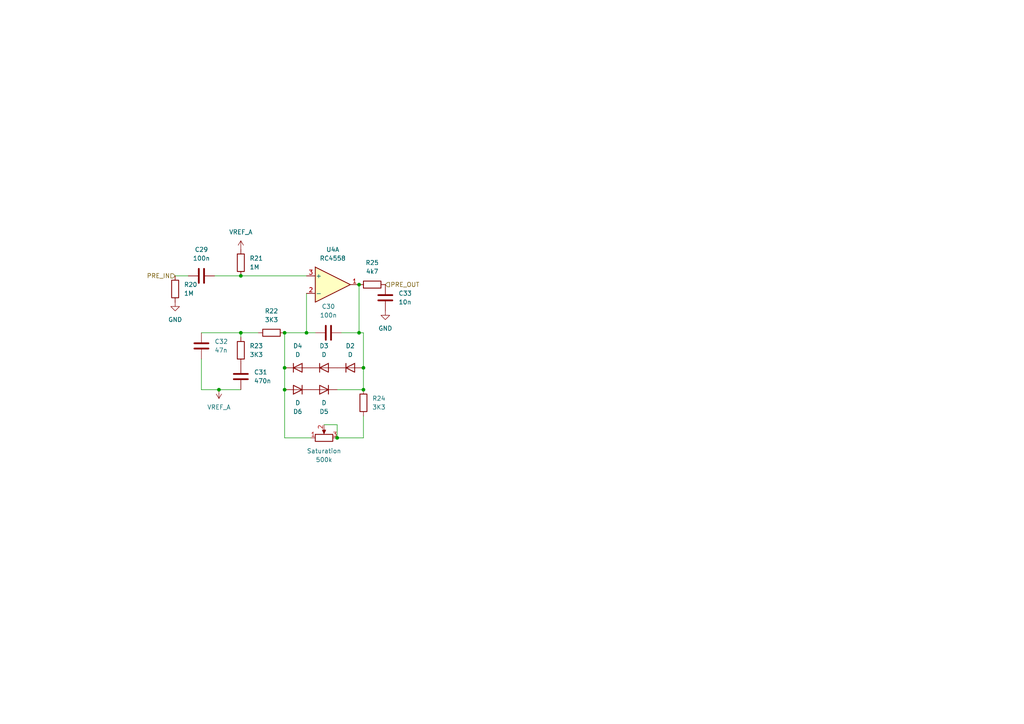
<source format=kicad_sch>
(kicad_sch (version 20231120) (generator "eeschema") (generator_version "8.0")
  (paper "A4")
  (lib_symbols
    (symbol "Amplifier_Operational:RC4558" (pin_names (offset 0.127))
      (property "Reference" "U" (at 0 5.08 0))
      (property "Value" "RC4558" (at 0 -5.08 0))
      (symbol "RC4558_1_1"
        (polyline (pts (xy -5.08 5.08) (xy 5.08 0) (xy -5.08 -5.08) (xy -5.08 5.08)) (stroke (width 0.254)) (fill (type background)))
        (pin output line (at 7.62 0 180) (length 2.54) (name "~") (number "1"))
        (pin input line (at -7.62 -2.54 0) (length 2.54) (name "-") (number "2"))
        (pin input line (at -7.62 2.54 0) (length 2.54) (name "+") (number "3"))
      )
      (symbol "RC4558_2_1"
        (polyline (pts (xy -5.08 5.08) (xy 5.08 0) (xy -5.08 -5.08) (xy -5.08 5.08)) (stroke (width 0.254)) (fill (type background)))
        (pin input line (at -7.62 2.54 0) (length 2.54) (name "+") (number "5"))
        (pin input line (at -7.62 -2.54 0) (length 2.54) (name "-") (number "6"))
        (pin output line (at 7.62 0 180) (length 2.54) (name "~") (number "7"))
      )
      (symbol "RC4558_3_1"
        (pin power_in line (at -2.54 -7.62 90) (length 3.81) (name "V-") (number "4"))
        (pin power_in line (at -2.54 7.62 270) (length 3.81) (name "V+") (number "8"))
      )
    )
    (symbol "Device:C" (pin_numbers hide) (pin_names (offset 0.254))
      (property "Reference" "C" (at 0.635 2.54 0))
      (property "Value" "C" (at 0.635 -2.54 0))
      (symbol "C_0_1"
        (polyline (pts (xy -2.032 -0.762) (xy 2.032 -0.762)) (stroke (width 0.508)))
        (polyline (pts (xy -2.032 0.762) (xy 2.032 0.762)) (stroke (width 0.508)))
      )
      (symbol "C_1_1"
        (pin passive line (at 0 3.81 270) (length 2.794) (name "~") (number "1"))
        (pin passive line (at 0 -3.81 90) (length 2.794) (name "~") (number "2"))
      )
    )
    (symbol "Device:D" (pin_numbers hide) (pin_names (offset 1.016) hide)
      (property "Reference" "D" (at 0 2.54 0))
      (property "Value" "D" (at 0 -2.54 0))
      (symbol "D_0_1"
        (polyline (pts (xy -1.27 1.27) (xy -1.27 -1.27)) (stroke (width 0.254)))
        (polyline (pts (xy 1.27 0) (xy -1.27 0)))
        (polyline (pts (xy 1.27 1.27) (xy 1.27 -1.27) (xy -1.27 0) (xy 1.27 1.27)) (stroke (width 0.254)))
      )
      (symbol "D_1_1"
        (pin passive line (at -3.81 0 0) (length 2.54) (name "K") (number "1"))
        (pin passive line (at 3.81 0 180) (length 2.54) (name "A") (number "2"))
      )
    )
    (symbol "Device:R" (pin_numbers hide) (pin_names (offset 0))
      (property "Reference" "R" (at 2.032 0 90))
      (property "Value" "R" (at 0 0 90))
      (symbol "R_0_1"
        (rectangle (start -1.016 -2.54) (end 1.016 2.54) (stroke (width 0.254)))
      )
      (symbol "R_1_1"
        (pin passive line (at 0 3.81 270) (length 1.27) (name "~") (number "1"))
        (pin passive line (at 0 -3.81 90) (length 1.27) (name "~") (number "2"))
      )
    )
    (symbol "Device:R_Potentiometer" (pin_names (offset 1.016) hide)
      (property "Reference" "RV" (at -4.445 0 90))
      (property "Value" "R_Potentiometer" (at -2.54 0 90))
      (symbol "R_Potentiometer_0_1"
        (polyline (pts (xy 2.54 0) (xy 1.524 0)))
        (polyline (pts (xy 1.143 0) (xy 2.286 0.508) (xy 2.286 -0.508) (xy 1.143 0)) (fill (type outline)))
        (rectangle (start 1.016 2.54) (end -1.016 -2.54) (stroke (width 0.254)))
      )
      (symbol "R_Potentiometer_1_1"
        (pin passive line (at 0 3.81 270) (length 1.27) (name "1") (number "1"))
        (pin passive line (at 3.81 0 180) (length 1.27) (name "2") (number "2"))
        (pin passive line (at 0 -3.81 90) (length 1.27) (name "3") (number "3"))
      )
    )
    (symbol "power:GND" (power) (pin_numbers hide) (pin_names (offset 0) hide)
      (property "Value" "GND" (at 0 -3.81 0))
      (symbol "GND_0_1"
        (polyline (pts (xy 0 0) (xy 0 -1.27) (xy 1.27 -1.27) (xy 0 -2.54) (xy -1.27 -1.27) (xy 0 -1.27)))
      )
      (symbol "GND_1_1"
        (pin power_in line (at 0 0 270) (length 0) (name "~") (number "1"))
      )
    )
    (symbol "power:VAA" (power) (pin_numbers hide) (pin_names (offset 0) hide)
      (property "Value" "VAA" (at 0 3.556 0))
      (symbol "VAA_0_1"
        (polyline (pts (xy -0.762 1.27) (xy 0 2.54)))
        (polyline (pts (xy 0 0) (xy 0 2.54)))
        (polyline (pts (xy 0 2.54) (xy 0.762 1.27)))
      )
      (symbol "VAA_1_1"
        (pin power_in line (at 0 0 90) (length 0) (name "~") (number "1"))
      )
    )
  )
  (junction (at 104.14 96.52))
  (junction (at 69.85 96.52))
  (junction (at 88.9 96.52))
  (junction (at 104.14 82.55))
  (junction (at 97.79 127))
  (junction (at 69.85 80.01))
  (junction (at 63.5 113.03))
  (junction (at 105.41 106.68))
  (junction (at 82.55 113.03))
  (junction (at 82.55 96.52))
  (junction (at 82.55 106.68))
  (junction (at 105.41 113.03))
  (wire (pts (xy 88.9 96.52) (xy 88.9 85.09)))
  (wire (pts (xy 82.55 96.52) (xy 88.9 96.52)))
  (wire (pts (xy 91.44 96.52) (xy 88.9 96.52)))
  (wire (pts (xy 105.41 106.68) (xy 105.41 96.52)))
  (wire (pts (xy 105.41 127) (xy 97.79 127)))
  (wire (pts (xy 82.55 127) (xy 82.55 113.03)))
  (wire (pts (xy 69.85 80.01) (xy 88.9 80.01)))
  (wire (pts (xy 97.79 123.19) (xy 97.79 127)))
  (wire (pts (xy 90.17 127) (xy 82.55 127)))
  (wire (pts (xy 105.41 113.03) (xy 105.41 106.68)))
  (wire (pts (xy 97.79 113.03) (xy 105.41 113.03)))
  (wire (pts (xy 104.14 96.52) (xy 104.14 82.55)))
  (wire (pts (xy 69.85 80.01) (xy 62.23 80.01)))
  (wire (pts (xy 54.61 80.01) (xy 50.8 80.01)))
  (wire (pts (xy 58.42 113.03) (xy 63.5 113.03)))
  (wire (pts (xy 93.98 123.19) (xy 97.79 123.19)))
  (wire (pts (xy 105.41 96.52) (xy 104.14 96.52)))
  (wire (pts (xy 82.55 106.68) (xy 82.55 113.03)))
  (wire (pts (xy 105.41 120.65) (xy 105.41 127)))
  (wire (pts (xy 69.85 97.79) (xy 69.85 96.52)))
  (wire (pts (xy 82.55 106.68) (xy 82.55 96.52)))
  (wire (pts (xy 58.42 104.14) (xy 58.42 113.03)))
  (wire (pts (xy 69.85 96.52) (xy 74.93 96.52)))
  (wire (pts (xy 63.5 113.03) (xy 69.85 113.03)))
  (wire (pts (xy 99.06 96.52) (xy 104.14 96.52)))
  (wire (pts (xy 58.42 96.52) (xy 69.85 96.52)))
  (hierarchical_label "PRE_OUT" (shape input) (at 111.76 82.55 0))
  (hierarchical_label "PRE_IN" (shape input) (at 50.8 80.01 180))
  (symbol (lib_id "power:GND") (at 111.76 90.17 0) (unit 1)
    (property "Reference" "#PWR024" (effects (hide yes)))
    (property "Value" "GND" (at 111.76 95.25 0))
    (property "Description" "Power symbol creates a global label with name \"GND\" , ground" (effects (hide yes)))
  )
  (symbol (lib_id "Device:R") (at 69.85 76.2 0) (unit 1)
    (property "Reference" "R21" (at 72.39 74.9299 0) (effects (justify left)))
    (property "Value" "1M" (at 72.39 77.4699 0) (effects (justify left)))
    (property "Description" "Resistor" (effects (hide yes)))
  )
  (symbol (lib_id "Device:C") (at 69.85 109.22 180) (unit 1)
    (property "Reference" "C31" (at 73.66 107.9499 0) (effects (justify right)))
    (property "Value" "470n" (at 73.66 110.4899 0) (effects (justify right)))
    (property "Description" "Unpolarized capacitor" (effects (hide yes)))
  )
  (symbol (lib_id "Device:C") (at 58.42 100.33 180) (unit 1)
    (property "Reference" "C32" (at 62.23 99.0599 0) (effects (justify right)))
    (property "Value" "47n" (at 62.23 101.5999 0) (effects (justify right)))
    (property "Description" "Unpolarized capacitor" (effects (hide yes)))
  )
  (symbol (lib_id "Device:D") (at 101.6 106.68 0) (unit 1)
    (property "Reference" "D2" (at 101.6 100.33 0))
    (property "Value" "D" (at 101.6 102.87 0))
    (property "Description" "Diode" (effects (hide yes)))
    (property "Sim.Device" "D" (effects (hide yes)))
    (property "Sim.Pins" "1=K 2=A" (effects (hide yes)))
  )
  (symbol (lib_id "Device:C") (at 58.42 80.01 90) (unit 1)
    (property "Reference" "C29" (at 58.42 72.39 90))
    (property "Value" "100n" (at 58.42 74.93 90))
    (property "Description" "Unpolarized capacitor" (effects (hide yes)))
  )
  (symbol (lib_id "Device:R") (at 105.41 116.84 180) (unit 1)
    (property "Reference" "R24" (at 107.95 115.5699 0) (effects (justify right)))
    (property "Value" "3K3" (at 107.95 118.1099 0) (effects (justify right)))
    (property "Description" "Resistor" (effects (hide yes)))
  )
  (symbol (lib_id "Device:R_Potentiometer") (at 93.98 127 90) (unit 1)
    (property "Reference" "Saturation" (at 93.98 130.81 90))
    (property "Value" "500k" (at 93.98 133.35 90))
    (property "Description" "Potentiometer" (effects (hide yes)))
  )
  (symbol (lib_id "Device:D") (at 86.36 113.03 180) (unit 1)
    (property "Reference" "D6" (at 86.36 119.38 0))
    (property "Value" "D" (at 86.36 116.84 0))
    (property "Description" "Diode" (effects (hide yes)))
    (property "Sim.Device" "D" (effects (hide yes)))
    (property "Sim.Pins" "1=K 2=A" (effects (hide yes)))
  )
  (symbol (lib_id "Device:C") (at 95.25 96.52 90) (unit 1)
    (property "Reference" "C30" (at 95.25 88.9 90))
    (property "Value" "100n" (at 95.25 91.44 90))
    (property "Description" "Unpolarized capacitor" (effects (hide yes)))
  )
  (symbol (lib_id "power:GND") (at 50.8 87.63 0) (unit 1)
    (property "Reference" "#PWR021" (effects (hide yes)))
    (property "Value" "GND" (at 50.8 92.71 0))
    (property "Description" "Power symbol creates a global label with name \"GND\" , ground" (effects (hide yes)))
  )
  (symbol (lib_id "Device:R") (at 69.85 101.6 180) (unit 1)
    (property "Reference" "R23" (at 72.39 100.3299 0) (effects (justify right)))
    (property "Value" "3K3" (at 72.39 102.8699 0) (effects (justify right)))
    (property "Description" "Resistor" (effects (hide yes)))
  )
  (symbol (lib_id "Device:D") (at 93.98 113.03 180) (unit 1)
    (property "Reference" "D5" (at 93.98 119.38 0))
    (property "Value" "D" (at 93.98 116.84 0))
    (property "Description" "Diode" (effects (hide yes)))
    (property "Sim.Device" "D" (effects (hide yes)))
    (property "Sim.Pins" "1=K 2=A" (effects (hide yes)))
  )
  (symbol (lib_id "power:VAA") (at 63.5 113.03 180) (unit 1)
    (property "Reference" "#PWR023" (effects (hide yes)))
    (property "Value" "VREF_A" (at 63.5 118.11 0))
    (property "Description" "Power symbol creates a global label with name \"VAA\"" (effects (hide yes)))
  )
  (symbol (lib_id "Device:D") (at 86.36 106.68 0) (unit 1)
    (property "Reference" "D4" (at 86.36 100.33 0))
    (property "Value" "D" (at 86.36 102.87 0))
    (property "Description" "Diode" (effects (hide yes)))
    (property "Sim.Device" "D" (effects (hide yes)))
    (property "Sim.Pins" "1=K 2=A" (effects (hide yes)))
  )
  (symbol (lib_id "Device:D") (at 93.98 106.68 0) (unit 1)
    (property "Reference" "D3" (at 93.98 100.33 0))
    (property "Value" "D" (at 93.98 102.87 0))
    (property "Description" "Diode" (effects (hide yes)))
    (property "Sim.Device" "D" (effects (hide yes)))
    (property "Sim.Pins" "1=K 2=A" (effects (hide yes)))
  )
  (symbol (lib_id "Device:R") (at 50.8 83.82 0) (unit 1)
    (property "Reference" "R20" (at 53.34 82.5499 0) (effects (justify left)))
    (property "Value" "1M" (at 53.34 85.0899 0) (effects (justify left)))
    (property "Description" "Resistor" (effects (hide yes)))
  )
  (symbol (lib_id "power:VAA") (at 69.85 72.39 0) (unit 1)
    (property "Reference" "#PWR022" (effects (hide yes)))
    (property "Value" "VREF_A" (at 69.85 67.31 0))
    (property "Description" "Power symbol creates a global label with name \"VAA\"" (effects (hide yes)))
  )
  (symbol (lib_id "Device:R") (at 78.74 96.52 90) (unit 1)
    (property "Reference" "R22" (at 78.74 90.2212 90))
    (property "Value" "3K3" (at 78.74 92.7612 90))
    (property "Description" "Resistor" (effects (hide yes)))
  )
  (symbol (lib_id "Device:R") (at 107.95 82.55 90) (unit 1)
    (property "Reference" "R25" (at 107.95 76.2 90))
    (property "Value" "4k7" (at 107.95 78.74 90))
    (property "Description" "Resistor" (effects (hide yes)))
  )
  (symbol (lib_id "Amplifier_Operational:RC4558") (at 96.52 82.55 0) (unit 1)
    (property "Reference" "U4" (at 96.52 72.39 0))
    (property "Value" "RC4558" (at 96.52 74.93 0))
    (property "Datasheet" "http://www.ti.com/lit/ds/symlink/rc4558.pdf" (effects (hide yes)))
    (property "Description" "Dual General Purpose, Operational Amplifier, DIP-8/SOIC-8/SSOP-8" (effects (hide yes)))
  )
  (symbol (lib_id "Device:C") (at 111.76 86.36 180) (unit 1)
    (property "Reference" "C33" (at 115.57 85.0899 0) (effects (justify right)))
    (property "Value" "10n" (at 115.57 87.6299 0) (effects (justify right)))
    (property "Description" "Unpolarized capacitor" (effects (hide yes)))
  )
)
</source>
